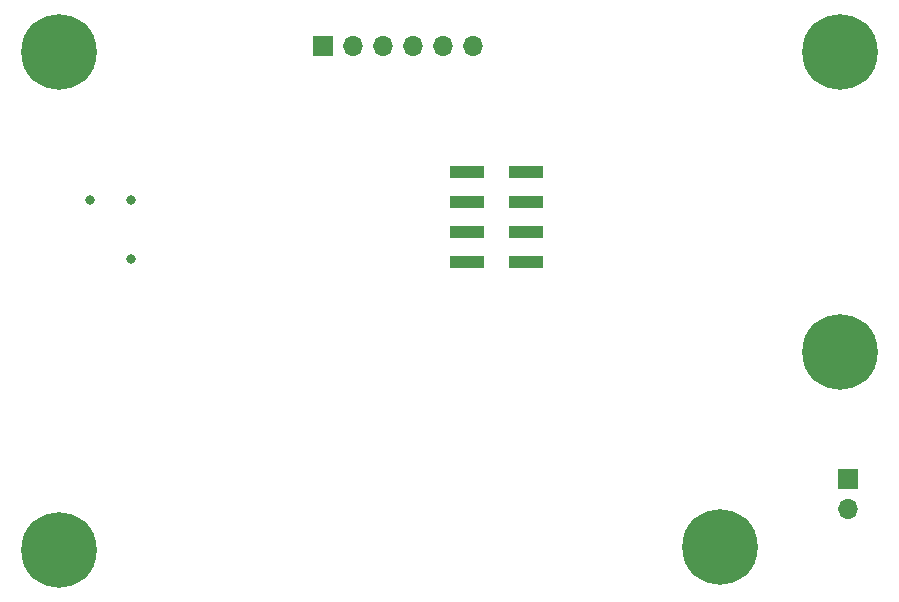
<source format=gbr>
%TF.GenerationSoftware,KiCad,Pcbnew,7.0.9*%
%TF.CreationDate,2024-02-09T01:39:57+08:00*%
%TF.ProjectId,yeg-channel,7965672d-6368-4616-9e6e-656c2e6b6963,rev?*%
%TF.SameCoordinates,Original*%
%TF.FileFunction,Soldermask,Bot*%
%TF.FilePolarity,Negative*%
%FSLAX46Y46*%
G04 Gerber Fmt 4.6, Leading zero omitted, Abs format (unit mm)*
G04 Created by KiCad (PCBNEW 7.0.9) date 2024-02-09 01:39:57*
%MOMM*%
%LPD*%
G01*
G04 APERTURE LIST*
%ADD10O,1.700000X1.700000*%
%ADD11R,1.700000X1.700000*%
%ADD12C,3.600000*%
%ADD13C,6.400000*%
%ADD14C,0.800000*%
%ADD15R,3.000000X1.000000*%
G04 APERTURE END LIST*
D10*
%TO.C,J2*%
X96520000Y-40132000D03*
X93980000Y-40132000D03*
X91440000Y-40132000D03*
X88900000Y-40132000D03*
X86360000Y-40132000D03*
D11*
X83820000Y-40132000D03*
%TD*%
D12*
%TO.C,H6*%
X61525000Y-40640000D03*
D13*
X61525000Y-40640000D03*
%TD*%
D12*
%TO.C,H2*%
X61525000Y-82809000D03*
D13*
X61525000Y-82809000D03*
%TD*%
D14*
%TO.C,SW1*%
X67582552Y-58159052D03*
%TD*%
%TO.C,SW3*%
X64153552Y-53206052D03*
%TD*%
D12*
%TO.C,H4*%
X127635000Y-40640000D03*
D13*
X127635000Y-40640000D03*
%TD*%
D14*
%TO.C,SW2*%
X67582552Y-53206052D03*
%TD*%
D11*
%TO.C,J1*%
X128270000Y-76835000D03*
D10*
X128270000Y-79375000D03*
%TD*%
D13*
%TO.C,H1*%
X117475000Y-82550000D03*
D12*
X117475000Y-82550000D03*
%TD*%
%TO.C,H3*%
X127635000Y-66040000D03*
D13*
X127635000Y-66040000D03*
%TD*%
D15*
%TO.C,J3*%
X101060552Y-58462052D03*
X96020552Y-58462052D03*
X101060552Y-55922052D03*
X96020552Y-55922052D03*
X101060552Y-53382052D03*
X96020552Y-53382052D03*
X101060552Y-50842052D03*
X96020552Y-50842052D03*
%TD*%
M02*

</source>
